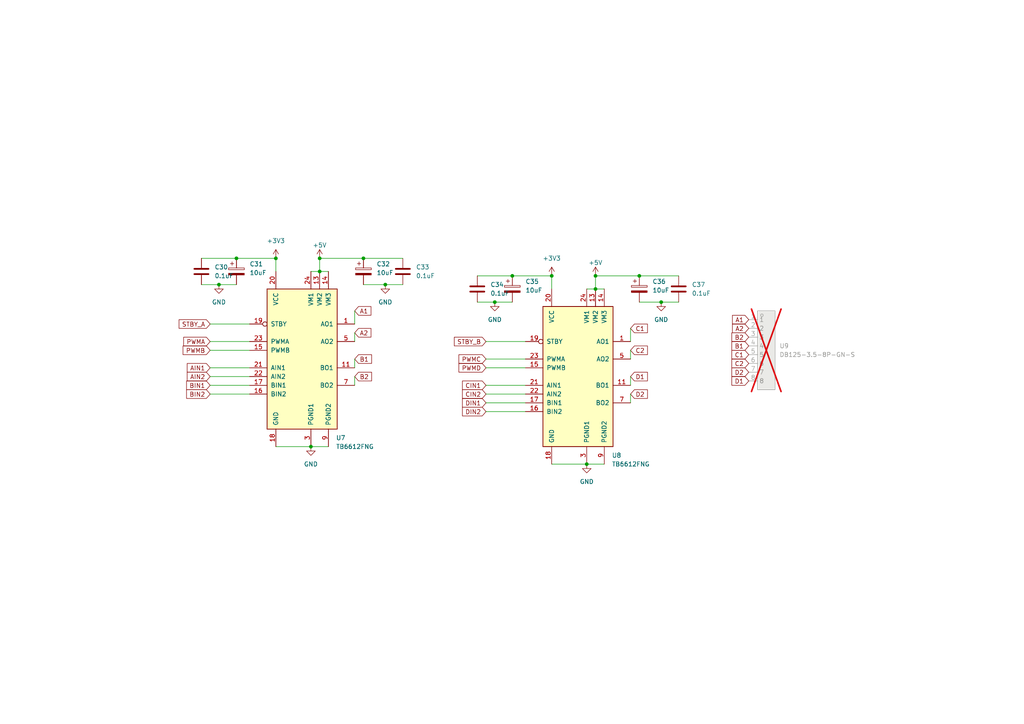
<source format=kicad_sch>
(kicad_sch (version 20231120) (generator "eeschema") (generator_version "8.0")
  (paper "A4")
  (lib_symbols
    (symbol "Device:C" (pin_numbers hide) (pin_names (offset 0.254))
      (property "Reference" "C" (at 0.635 2.54 0))
      (property "Value" "C" (at 0.635 -2.54 0))
      (symbol "C_0_1"
        (polyline (pts (xy -2.032 -0.762) (xy 2.032 -0.762)) (stroke (width 0.508)))
        (polyline (pts (xy -2.032 0.762) (xy 2.032 0.762)) (stroke (width 0.508)))
      )
      (symbol "C_1_1"
        (pin passive line (at 0 3.81 270) (length 2.794) (name "~") (number "1"))
        (pin passive line (at 0 -3.81 90) (length 2.794) (name "~") (number "2"))
      )
    )
    (symbol "Device:C_Polarized" (pin_numbers hide) (pin_names (offset 0.254))
      (property "Reference" "C" (at 0.635 2.54 0))
      (property "Value" "C_Polarized" (at 0.635 -2.54 0))
      (symbol "C_Polarized_0_1"
        (rectangle (start -2.286 0.508) (end 2.286 1.016))
        (polyline (pts (xy -1.778 2.286) (xy -0.762 2.286)))
        (polyline (pts (xy -1.27 2.794) (xy -1.27 1.778)))
        (rectangle (start 2.286 -0.508) (end -2.286 -1.016) (fill (type outline)))
      )
      (symbol "C_Polarized_1_1"
        (pin passive line (at 0 3.81 270) (length 2.794) (name "~") (number "1"))
        (pin passive line (at 0 -3.81 90) (length 2.794) (name "~") (number "2"))
      )
    )
    (symbol "Driver_Motor:TB6612FNG" (pin_names (offset 1.016))
      (property "Reference" "U" (at 11.43 17.78 0))
      (property "Value" "TB6612FNG" (at 11.43 15.24 0))
      (symbol "TB6612FNG_0_1"
        (rectangle (start -10.16 20.32) (end 10.16 -20.32) (stroke (width 0.254)) (fill (type background)))
      )
      (symbol "TB6612FNG_1_1"
        (pin output line (at 15.24 10.16 180) (length 5.08) (name "AO1") (number "1"))
        (pin passive line (at 7.62 -25.4 90) (length 5.08) hide (name "PGND2") (number "10"))
        (pin output line (at 15.24 -2.54 180) (length 5.08) (name "BO1") (number "11"))
        (pin passive line (at 15.24 -2.54 180) (length 5.08) hide (name "BO1") (number "12"))
        (pin power_in line (at 5.08 25.4 270) (length 5.08) (name "VM2") (number "13"))
        (pin power_in line (at 7.62 25.4 270) (length 5.08) (name "VM3") (number "14"))
        (pin input line (at -15.24 2.54 0) (length 5.08) (name "PWMB") (number "15"))
        (pin input line (at -15.24 -10.16 0) (length 5.08) (name "BIN2") (number "16"))
        (pin input line (at -15.24 -7.62 0) (length 5.08) (name "BIN1") (number "17"))
        (pin power_in line (at -7.62 -25.4 90) (length 5.08) (name "GND") (number "18"))
        (pin input inverted (at -15.24 10.16 0) (length 5.08) (name "STBY") (number "19"))
        (pin passive line (at 15.24 10.16 180) (length 5.08) hide (name "AO1") (number "2"))
        (pin power_in line (at -7.62 25.4 270) (length 5.08) (name "VCC") (number "20"))
        (pin input line (at -15.24 -2.54 0) (length 5.08) (name "AIN1") (number "21"))
        (pin input line (at -15.24 -5.08 0) (length 5.08) (name "AIN2") (number "22"))
        (pin input line (at -15.24 5.08 0) (length 5.08) (name "PWMA") (number "23"))
        (pin power_in line (at 2.54 25.4 270) (length 5.08) (name "VM1") (number "24"))
        (pin power_in line (at 2.54 -25.4 90) (length 5.08) (name "PGND1") (number "3"))
        (pin passive line (at 2.54 -25.4 90) (length 5.08) hide (name "PGND1") (number "4"))
        (pin output line (at 15.24 5.08 180) (length 5.08) (name "AO2") (number "5"))
        (pin passive line (at 15.24 5.08 180) (length 5.08) hide (name "AO2") (number "6"))
        (pin output line (at 15.24 -7.62 180) (length 5.08) (name "BO2") (number "7"))
        (pin passive line (at 15.24 -7.62 180) (length 5.08) hide (name "BO2") (number "8"))
        (pin power_in line (at 7.62 -25.4 90) (length 5.08) (name "PGND2") (number "9"))
      )
    )
    (symbol "easyeda2kicad:DB125-3.5-8P-GN-S"
      (property "Reference" "U" (at 0 13.97 0))
      (property "Value" "DB125-3.5-8P-GN-S" (at 0 -13.97 0))
      (symbol "DB125-3.5-8P-GN-S_0_1"
        (rectangle (start -2.54 11.43) (end 2.54 -11.43) (fill (type background)))
        (circle (center -1.27 10.16) (radius 0.38))
        (pin unspecified line (at -5.08 8.89 0) (length 2.54) (name "1") (number "1"))
        (pin unspecified line (at -5.08 6.35 0) (length 2.54) (name "2") (number "2"))
        (pin unspecified line (at -5.08 3.81 0) (length 2.54) (name "3") (number "3"))
        (pin unspecified line (at -5.08 1.27 0) (length 2.54) (name "4") (number "4"))
        (pin unspecified line (at -5.08 -1.27 0) (length 2.54) (name "5") (number "5"))
        (pin unspecified line (at -5.08 -3.81 0) (length 2.54) (name "6") (number "6"))
        (pin unspecified line (at -5.08 -6.35 0) (length 2.54) (name "7") (number "7"))
        (pin unspecified line (at -5.08 -8.89 0) (length 2.54) (name "8") (number "8"))
      )
    )
    (symbol "power:+3.3V" (power) (pin_names (offset 0))
      (property "Value" "+3.3V" (at 0 3.556 0))
      (symbol "+3.3V_0_1"
        (polyline (pts (xy -0.762 1.27) (xy 0 2.54)))
        (polyline (pts (xy 0 0) (xy 0 2.54)))
        (polyline (pts (xy 0 2.54) (xy 0.762 1.27)))
      )
      (symbol "+3.3V_1_1"
        (pin power_in line (at 0 0 90) (length 0) hide (name "+3.3V") (number "1"))
      )
    )
    (symbol "power:+5V" (power) (pin_names (offset 0))
      (property "Value" "+5V" (at 0 3.556 0))
      (symbol "+5V_0_1"
        (polyline (pts (xy -0.762 1.27) (xy 0 2.54)))
        (polyline (pts (xy 0 0) (xy 0 2.54)))
        (polyline (pts (xy 0 2.54) (xy 0.762 1.27)))
      )
      (symbol "+5V_1_1"
        (pin power_in line (at 0 0 90) (length 0) hide (name "+5V") (number "1"))
      )
    )
    (symbol "power:GND" (power) (pin_names (offset 0))
      (property "Value" "GND" (at 0 -3.81 0))
      (symbol "GND_0_1"
        (polyline (pts (xy 0 0) (xy 0 -1.27) (xy 1.27 -1.27) (xy 0 -2.54) (xy -1.27 -1.27) (xy 0 -1.27)))
      )
      (symbol "GND_1_1"
        (pin power_in line (at 0 0 270) (length 0) hide (name "GND") (number "1"))
      )
    )
  )
  (junction (at 80.01 74.93))
  (junction (at 90.17 129.54))
  (junction (at 111.76 82.55))
  (junction (at 191.77 87.63))
  (junction (at 148.59 80.01))
  (junction (at 160.02 80.01))
  (junction (at 185.42 80.01))
  (junction (at 143.51 87.63))
  (junction (at 172.72 83.82))
  (junction (at 170.18 134.62))
  (junction (at 92.71 74.93))
  (junction (at 172.72 80.01))
  (junction (at 63.5 82.55))
  (junction (at 68.58 74.93))
  (junction (at 105.41 74.93))
  (junction (at 92.71 78.74))
  (wire (pts (xy 140.97 111.76) (xy 152.4 111.76)))
  (wire (pts (xy 60.96 93.98) (xy 72.39 93.98)))
  (wire (pts (xy 60.96 106.68) (xy 72.39 106.68)))
  (wire (pts (xy 172.72 83.82) (xy 175.26 83.82)))
  (wire (pts (xy 140.97 104.14) (xy 152.4 104.14)))
  (wire (pts (xy 140.97 116.84) (xy 152.4 116.84)))
  (wire (pts (xy 105.41 82.55) (xy 111.76 82.55)))
  (wire (pts (xy 80.01 129.54) (xy 90.17 129.54)))
  (wire (pts (xy 102.87 109.22) (xy 102.87 111.76)))
  (wire (pts (xy 191.77 87.63) (xy 196.85 87.63)))
  (wire (pts (xy 170.18 83.82) (xy 172.72 83.82)))
  (wire (pts (xy 58.42 82.55) (xy 63.5 82.55)))
  (wire (pts (xy 143.51 87.63) (xy 148.59 87.63)))
  (wire (pts (xy 160.02 134.62) (xy 170.18 134.62)))
  (wire (pts (xy 140.97 114.3) (xy 152.4 114.3)))
  (wire (pts (xy 140.97 119.38) (xy 152.4 119.38)))
  (wire (pts (xy 170.18 134.62) (xy 175.26 134.62)))
  (wire (pts (xy 102.87 104.14) (xy 102.87 106.68)))
  (wire (pts (xy 182.88 109.22) (xy 182.88 111.76)))
  (wire (pts (xy 105.41 74.93) (xy 116.84 74.93)))
  (wire (pts (xy 138.43 80.01) (xy 148.59 80.01)))
  (wire (pts (xy 90.17 78.74) (xy 92.71 78.74)))
  (wire (pts (xy 92.71 74.93) (xy 105.41 74.93)))
  (wire (pts (xy 138.43 87.63) (xy 143.51 87.63)))
  (wire (pts (xy 63.5 82.55) (xy 68.58 82.55)))
  (wire (pts (xy 92.71 78.74) (xy 95.25 78.74)))
  (wire (pts (xy 140.97 99.06) (xy 152.4 99.06)))
  (wire (pts (xy 60.96 101.6) (xy 72.39 101.6)))
  (wire (pts (xy 80.01 74.93) (xy 80.01 78.74)))
  (wire (pts (xy 160.02 80.01) (xy 160.02 83.82)))
  (wire (pts (xy 185.42 87.63) (xy 191.77 87.63)))
  (wire (pts (xy 60.96 114.3) (xy 72.39 114.3)))
  (wire (pts (xy 60.96 99.06) (xy 72.39 99.06)))
  (wire (pts (xy 182.88 95.25) (xy 182.88 99.06)))
  (wire (pts (xy 102.87 96.52) (xy 102.87 99.06)))
  (wire (pts (xy 182.88 114.3) (xy 182.88 116.84)))
  (wire (pts (xy 148.59 80.01) (xy 160.02 80.01)))
  (wire (pts (xy 60.96 109.22) (xy 72.39 109.22)))
  (wire (pts (xy 90.17 129.54) (xy 95.25 129.54)))
  (wire (pts (xy 182.88 101.6) (xy 182.88 104.14)))
  (wire (pts (xy 68.58 74.93) (xy 80.01 74.93)))
  (wire (pts (xy 102.87 90.17) (xy 102.87 93.98)))
  (wire (pts (xy 172.72 80.01) (xy 185.42 80.01)))
  (wire (pts (xy 140.97 106.68) (xy 152.4 106.68)))
  (wire (pts (xy 58.42 74.93) (xy 68.58 74.93)))
  (wire (pts (xy 92.71 74.93) (xy 92.71 78.74)))
  (wire (pts (xy 185.42 80.01) (xy 196.85 80.01)))
  (wire (pts (xy 60.96 111.76) (xy 72.39 111.76)))
  (wire (pts (xy 172.72 80.01) (xy 172.72 83.82)))
  (wire (pts (xy 111.76 82.55) (xy 116.84 82.55)))
  (global_label "BIN2" (shape input) (at 60.96 114.3 180) (property "Intersheetrefs" "${INTERSHEET_REFS}" (effects (hide yes))))
  (global_label "C1" (shape input) (at 217.17 102.87 180) (property "Intersheetrefs" "${INTERSHEET_REFS}" (effects (hide yes))))
  (global_label "D2" (shape input) (at 182.88 114.3 0) (property "Intersheetrefs" "${INTERSHEET_REFS}" (effects (hide yes))))
  (global_label "AIN2" (shape input) (at 60.96 109.22 180) (property "Intersheetrefs" "${INTERSHEET_REFS}" (effects (hide yes))))
  (global_label "DIN2" (shape input) (at 140.97 119.38 180) (property "Intersheetrefs" "${INTERSHEET_REFS}" (effects (hide yes))))
  (global_label "PWMC" (shape input) (at 140.97 104.14 180) (property "Intersheetrefs" "${INTERSHEET_REFS}" (effects (hide yes))))
  (global_label "B2" (shape input) (at 102.87 109.22 0) (property "Intersheetrefs" "${INTERSHEET_REFS}" (effects (hide yes))))
  (global_label "B2" (shape input) (at 217.17 97.79 180) (property "Intersheetrefs" "${INTERSHEET_REFS}" (effects (hide yes))))
  (global_label "DIN1" (shape input) (at 140.97 116.84 180) (property "Intersheetrefs" "${INTERSHEET_REFS}" (effects (hide yes))))
  (global_label "C2" (shape input) (at 217.17 105.41 180) (property "Intersheetrefs" "${INTERSHEET_REFS}" (effects (hide yes))))
  (global_label "AIN1" (shape input) (at 60.96 106.68 180) (property "Intersheetrefs" "${INTERSHEET_REFS}" (effects (hide yes))))
  (global_label "B1" (shape input) (at 102.87 104.14 0) (property "Intersheetrefs" "${INTERSHEET_REFS}" (effects (hide yes))))
  (global_label "A2" (shape input) (at 217.17 95.25 180) (property "Intersheetrefs" "${INTERSHEET_REFS}" (effects (hide yes))))
  (global_label "C1" (shape input) (at 182.88 95.25 0) (property "Intersheetrefs" "${INTERSHEET_REFS}" (effects (hide yes))))
  (global_label "PWMB" (shape input) (at 60.96 101.6 180) (property "Intersheetrefs" "${INTERSHEET_REFS}" (effects (hide yes))))
  (global_label "CIN2" (shape input) (at 140.97 114.3 180) (property "Intersheetrefs" "${INTERSHEET_REFS}" (effects (hide yes))))
  (global_label "D2" (shape input) (at 217.17 107.95 180) (property "Intersheetrefs" "${INTERSHEET_REFS}" (effects (hide yes))))
  (global_label "A1" (shape input) (at 217.17 92.71 180) (property "Intersheetrefs" "${INTERSHEET_REFS}" (effects (hide yes))))
  (global_label "PWMD" (shape input) (at 140.97 106.68 180) (property "Intersheetrefs" "${INTERSHEET_REFS}" (effects (hide yes))))
  (global_label "STBY_A" (shape input) (at 60.96 93.98 180) (property "Intersheetrefs" "${INTERSHEET_REFS}" (effects (hide yes))))
  (global_label "CIN1" (shape input) (at 140.97 111.76 180) (property "Intersheetrefs" "${INTERSHEET_REFS}" (effects (hide yes))))
  (global_label "D1" (shape input) (at 217.17 110.49 180) (property "Intersheetrefs" "${INTERSHEET_REFS}" (effects (hide yes))))
  (global_label "PWMA" (shape input) (at 60.96 99.06 180) (property "Intersheetrefs" "${INTERSHEET_REFS}" (effects (hide yes))))
  (global_label "BIN1" (shape input) (at 60.96 111.76 180) (property "Intersheetrefs" "${INTERSHEET_REFS}" (effects (hide yes))))
  (global_label "B1" (shape input) (at 217.17 100.33 180) (property "Intersheetrefs" "${INTERSHEET_REFS}" (effects (hide yes))))
  (global_label "STBY_B" (shape input) (at 140.97 99.06 180) (property "Intersheetrefs" "${INTERSHEET_REFS}" (effects (hide yes))))
  (global_label "A1" (shape input) (at 102.87 90.17 0) (property "Intersheetrefs" "${INTERSHEET_REFS}" (effects (hide yes))))
  (global_label "D1" (shape input) (at 182.88 109.22 0) (property "Intersheetrefs" "${INTERSHEET_REFS}" (effects (hide yes))))
  (global_label "C2" (shape input) (at 182.88 101.6 0) (property "Intersheetrefs" "${INTERSHEET_REFS}" (effects (hide yes))))
  (global_label "A2" (shape input) (at 102.87 96.52 0) (property "Intersheetrefs" "${INTERSHEET_REFS}" (effects (hide yes))))
  (symbol (lib_id "Device:C_Polarized") (at 68.58 78.74 0) (unit 1)
    (property "Reference" "C31" (at 72.39 76.581 0) (effects (justify left)))
    (property "Value" "10uF" (at 72.39 79.121 0) (effects (justify left)))
    (property "Footprint" "Capacitor_Tantalum_SMD:CP_EIA-3528-21_Kemet-B_Pad1.50x2.35mm_HandSolder" (effects (hide yes)))
    (property "LCSC" "C117028" (effects (hide yes)))
  )
  (symbol (lib_id "power:GND") (at 170.18 134.62 0) (unit 1)
    (property "Reference" "#PWR82" (effects (hide yes)))
    (property "Value" "GND" (at 170.18 139.7 0))
  )
  (symbol (lib_id "Device:C_Polarized") (at 105.41 78.74 0) (unit 1)
    (property "Reference" "C32" (at 109.22 76.581 0) (effects (justify left)))
    (property "Value" "10uF" (at 109.22 79.121 0) (effects (justify left)))
    (property "Footprint" "Capacitor_Tantalum_SMD:CP_EIA-3528-21_Kemet-B_Pad1.50x2.35mm_HandSolder" (effects (hide yes)))
    (property "LCSC" "C117028" (effects (hide yes)))
  )
  (symbol (lib_id "power:GND") (at 143.51 87.63 0) (unit 1)
    (property "Reference" "#PWR80" (effects (hide yes)))
    (property "Value" "GND" (at 143.51 92.71 0))
  )
  (symbol (lib_id "power:GND") (at 191.77 87.63 0) (unit 1)
    (property "Reference" "#PWR84" (effects (hide yes)))
    (property "Value" "GND" (at 191.77 92.71 0))
  )
  (symbol (lib_id "Device:C") (at 58.42 78.74 0) (unit 1)
    (property "Reference" "C30" (at 62.23 77.47 0) (effects (justify left)))
    (property "Value" "0.1uF" (at 62.23 80.01 0) (effects (justify left)))
    (property "Footprint" "Capacitor_SMD:C_0603_1608Metric_Pad1.08x0.95mm_HandSolder" (effects (hide yes)))
    (property "Mouser" "https://www.mouser.co.uk/ProductDetail/KYOCERA-AVX/KGM15BR71E104KT" (effects (hide yes)))
    (property "LCSC" "C14663 " (effects (hide yes)))
  )
  (symbol (lib_id "power:+5V") (at 172.72 80.01 0) (unit 1)
    (property "Reference" "#PWR83" (effects (hide yes)))
    (property "Value" "+5V" (at 172.72 76.2 0))
  )
  (symbol (lib_id "Device:C") (at 138.43 83.82 0) (unit 1)
    (property "Reference" "C34" (at 142.24 82.55 0) (effects (justify left)))
    (property "Value" "0.1uF" (at 142.24 85.09 0) (effects (justify left)))
    (property "Footprint" "Capacitor_SMD:C_0603_1608Metric_Pad1.08x0.95mm_HandSolder" (effects (hide yes)))
    (property "Mouser" "https://www.mouser.co.uk/ProductDetail/KYOCERA-AVX/KGM15BR71E104KT" (effects (hide yes)))
    (property "LCSC" "C14663 " (effects (hide yes)))
  )
  (symbol (lib_id "power:+3.3V") (at 160.02 80.01 0) (unit 1)
    (property "Reference" "#PWR81" (effects (hide yes)))
    (property "Value" "+3V3" (at 160.02 74.93 0))
  )
  (symbol (lib_id "Device:C_Polarized") (at 148.59 83.82 0) (unit 1)
    (property "Reference" "C35" (at 152.4 81.661 0) (effects (justify left)))
    (property "Value" "10uF" (at 152.4 84.201 0) (effects (justify left)))
    (property "Footprint" "Capacitor_Tantalum_SMD:CP_EIA-3528-21_Kemet-B_Pad1.50x2.35mm_HandSolder" (effects (hide yes)))
    (property "LCSC" "C117028" (effects (hide yes)))
  )
  (symbol (lib_id "Device:C_Polarized") (at 185.42 83.82 0) (unit 1)
    (property "Reference" "C36" (at 189.23 81.661 0) (effects (justify left)))
    (property "Value" "10uF" (at 189.23 84.201 0) (effects (justify left)))
    (property "Footprint" "Capacitor_Tantalum_SMD:CP_EIA-3528-21_Kemet-B_Pad1.50x2.35mm_HandSolder" (effects (hide yes)))
    (property "LCSC" "C117028" (effects (hide yes)))
  )
  (symbol (lib_id "power:GND") (at 63.5 82.55 0) (unit 1)
    (property "Reference" "#PWR75" (effects (hide yes)))
    (property "Value" "GND" (at 63.5 87.63 0))
  )
  (symbol (lib_id "power:+3.3V") (at 80.01 74.93 0) (unit 1)
    (property "Reference" "#PWR76" (effects (hide yes)))
    (property "Value" "+3V3" (at 80.01 69.85 0))
  )
  (symbol (lib_id "Driver_Motor:TB6612FNG") (at 87.63 104.14 0) (unit 1)
    (property "Reference" "U7" (at 97.4441 127 0) (effects (justify left)))
    (property "Value" "TB6612FNG" (at 97.4441 129.54 0) (effects (justify left)))
    (property "Footprint" "Package_SO:SSOP-24_5.3x8.2mm_P0.65mm" (effects (hide yes)))
    (property "Datasheet" "https://toshiba.semicon-storage.com/us/product/linear/motordriver/detail.TB6612FNG.html" (effects (hide yes)))
    (property "Mouser" "https://www.mouser.co.uk/ProductDetail/Toshiba/TB6612FNGC8EL" (effects (hide yes)))
    (property "LCSC" "C141517" (effects (hide yes)))
  )
  (symbol (lib_id "Device:C") (at 196.85 83.82 0) (unit 1)
    (property "Reference" "C37" (at 200.66 82.55 0) (effects (justify left)))
    (property "Value" "0.1uF" (at 200.66 85.09 0) (effects (justify left)))
    (property "Footprint" "Capacitor_SMD:C_0603_1608Metric_Pad1.08x0.95mm_HandSolder" (effects (hide yes)))
    (property "LCSC" "C14663 " (effects (hide yes)))
  )
  (symbol (lib_id "Driver_Motor:TB6612FNG") (at 167.64 109.22 0) (unit 1)
    (property "Reference" "U8" (at 177.4541 132.08 0) (effects (justify left)))
    (property "Value" "TB6612FNG" (at 177.4541 134.62 0) (effects (justify left)))
    (property "Footprint" "Package_SO:SSOP-24_5.3x8.2mm_P0.65mm" (effects (hide yes)))
    (property "Datasheet" "https://toshiba.semicon-storage.com/us/product/linear/motordriver/detail.TB6612FNG.html" (effects (hide yes)))
    (property "Mouser" "https://www.mouser.co.uk/ProductDetail/Toshiba/TB6612FNGC8EL" (effects (hide yes)))
    (property "LCSC" "C141517" (effects (hide yes)))
  )
  (symbol (lib_id "easyeda2kicad:DB125-3.5-8P-GN-S") (at 222.25 101.6 0) (unit 1) (dnp yes)
    (property "Reference" "U9" (at 226.06 100.3299 0) (effects (justify left)))
    (property "Value" "DB125-3.5-8P-GN-S" (at 226.06 102.8699 0) (effects (justify left)))
    (property "Footprint" "easyeda2kicad:CONN-TH_8P-P3.50_DORABO_DB125-3.5-8P-GN-S" (effects (hide yes)))
    (property "LCSC Part" "C5184954" (effects (hide yes)))
  )
  (symbol (lib_id "power:GND") (at 111.76 82.55 0) (unit 1)
    (property "Reference" "#PWR79" (effects (hide yes)))
    (property "Value" "GND" (at 111.76 87.63 0))
  )
  (symbol (lib_id "Device:C") (at 116.84 78.74 0) (unit 1)
    (property "Reference" "C33" (at 120.65 77.47 0) (effects (justify left)))
    (property "Value" "0.1uF" (at 120.65 80.01 0) (effects (justify left)))
    (property "Footprint" "Capacitor_SMD:C_0603_1608Metric_Pad1.08x0.95mm_HandSolder" (effects (hide yes)))
    (property "LCSC" "C14663 " (effects (hide yes)))
  )
  (symbol (lib_id "power:GND") (at 90.17 129.54 0) (unit 1)
    (property "Reference" "#PWR77" (effects (hide yes)))
    (property "Value" "GND" (at 90.17 134.62 0))
  )
  (symbol (lib_id "power:+5V") (at 92.71 74.93 0) (unit 1)
    (property "Reference" "#PWR78" (effects (hide yes)))
    (property "Value" "+5V" (at 92.71 71.12 0))
  )
)
</source>
